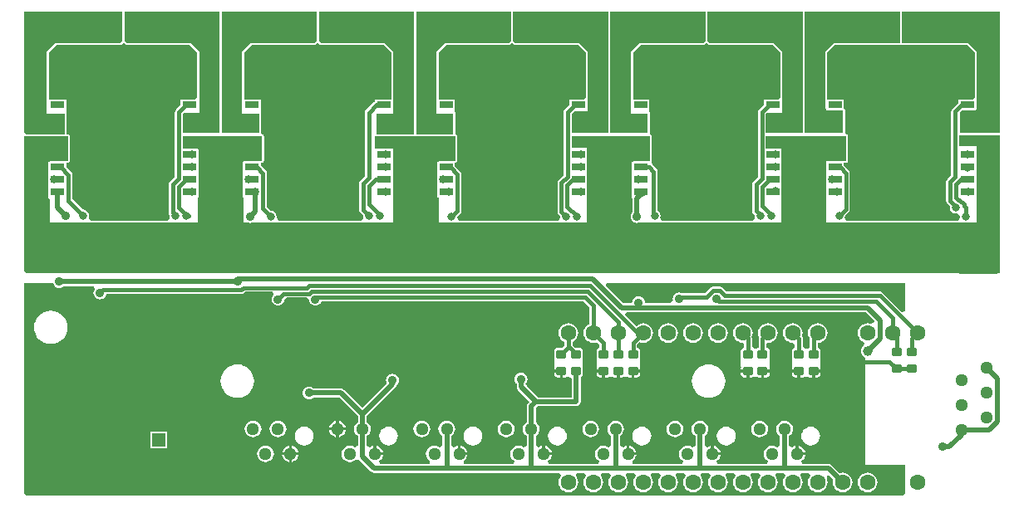
<source format=gbl>
G04 Layer_Physical_Order=2*
G04 Layer_Color=16711680*
%FSLAX24Y24*%
%MOIN*%
G70*
G01*
G75*
G04:AMPARAMS|DCode=11|XSize=39.4mil|YSize=35.4mil|CornerRadius=4.4mil|HoleSize=0mil|Usage=FLASHONLY|Rotation=0.000|XOffset=0mil|YOffset=0mil|HoleType=Round|Shape=RoundedRectangle|*
%AMROUNDEDRECTD11*
21,1,0.0394,0.0266,0,0,0.0*
21,1,0.0305,0.0354,0,0,0.0*
1,1,0.0089,0.0153,-0.0133*
1,1,0.0089,-0.0153,-0.0133*
1,1,0.0089,-0.0153,0.0133*
1,1,0.0089,0.0153,0.0133*
%
%ADD11ROUNDEDRECTD11*%
%ADD17R,0.1575X0.1181*%
%ADD20R,0.1575X0.1811*%
%ADD34C,0.0197*%
%ADD35C,0.0157*%
%ADD40C,0.0630*%
%ADD41C,0.0512*%
%ADD42R,0.0532X0.0532*%
%ADD43C,0.0532*%
%ADD44C,0.0354*%
%ADD45C,0.0394*%
%ADD46C,0.0315*%
%ADD47C,0.0276*%
%ADD48C,0.0551*%
%ADD49R,0.0551X0.0276*%
G36*
X19644Y18391D02*
X19644Y18391D01*
X19560Y18313D01*
X19549Y18307D01*
X17008Y18307D01*
X16654Y17953D01*
Y15472D01*
X17323D01*
Y14647D01*
X15827D01*
Y19565D01*
X19644D01*
Y18391D01*
D02*
G37*
G36*
X15746Y14647D02*
X14252D01*
Y15472D01*
X14921D01*
Y17953D01*
X14567Y18307D01*
X12013Y18307D01*
X11929Y18391D01*
Y19565D01*
X15746D01*
Y14647D01*
D02*
G37*
G36*
X11849Y18391D02*
X11849Y18391D01*
X11765Y18313D01*
X11754Y18307D01*
X9213Y18307D01*
X8858Y17953D01*
Y15472D01*
X9528D01*
Y14685D01*
X8031D01*
Y19565D01*
X11849D01*
Y18391D01*
D02*
G37*
G36*
X7951Y14685D02*
X6472D01*
Y15453D01*
X6530Y15512D01*
X7126D01*
X7126Y17953D01*
X6772Y18307D01*
X4217Y18307D01*
X4134Y18391D01*
Y19565D01*
X7951D01*
Y14685D01*
D02*
G37*
G36*
X4054Y18391D02*
X4054Y18391D01*
X3970Y18313D01*
X3959Y18307D01*
X1378Y18307D01*
X1024Y17953D01*
Y15472D01*
X1732D01*
Y14647D01*
X204D01*
X120Y14731D01*
X120Y19565D01*
X4054D01*
Y18391D01*
D02*
G37*
G36*
X35433Y8661D02*
Y7547D01*
X35324Y7502D01*
X34543Y8283D01*
X34491Y8318D01*
X34429Y8330D01*
X34429Y8330D01*
X28276D01*
X28126Y8480D01*
X28074Y8514D01*
X28013Y8527D01*
X28013Y8527D01*
X27735D01*
X27735Y8527D01*
X27674Y8514D01*
X27622Y8480D01*
X27622Y8480D01*
X27413Y8271D01*
X26469D01*
X26445Y8281D01*
X26378Y8290D01*
X26311Y8281D01*
X26249Y8255D01*
X26195Y8214D01*
X26154Y8161D01*
X26129Y8098D01*
X26120Y8031D01*
X26127Y7976D01*
X26124Y7959D01*
X26045Y7858D01*
X25016D01*
X25002Y7874D01*
X24993Y7941D01*
X24968Y8003D01*
X24927Y8057D01*
X24873Y8098D01*
X24811Y8123D01*
X24744Y8132D01*
X24677Y8123D01*
X24615Y8098D01*
X24562Y8057D01*
X24521Y8003D01*
X24495Y7941D01*
X24486Y7874D01*
X24472Y7858D01*
X24138D01*
X23443Y8552D01*
X23488Y8661D01*
X35433D01*
D02*
G37*
G36*
X1265Y8661D02*
X1266Y8654D01*
X1292Y8591D01*
X1333Y8538D01*
X1387Y8497D01*
X1449Y8471D01*
X1516Y8462D01*
X1583Y8471D01*
X1645Y8497D01*
X1698Y8538D01*
X1700Y8540D01*
X2893D01*
X2912Y8516D01*
X2945Y8422D01*
X2926Y8397D01*
X2900Y8335D01*
X2891Y8268D01*
X2900Y8201D01*
X2926Y8139D01*
X2967Y8085D01*
X3021Y8044D01*
X3083Y8018D01*
X3150Y8010D01*
X3216Y8018D01*
X3279Y8044D01*
X3332Y8085D01*
X3373Y8139D01*
X3399Y8201D01*
X3402Y8225D01*
X8820D01*
X8820Y8225D01*
X8881Y8237D01*
X8933Y8272D01*
X8981Y8320D01*
X10073D01*
X10113Y8202D01*
X10109Y8198D01*
X10068Y8145D01*
X10042Y8083D01*
X10033Y8016D01*
X10042Y7949D01*
X10068Y7887D01*
X10109Y7833D01*
X10162Y7792D01*
X10225Y7766D01*
X10291Y7758D01*
X10358Y7766D01*
X10420Y7792D01*
X10474Y7833D01*
X10515Y7887D01*
X10541Y7949D01*
X10549Y8016D01*
X10649Y8084D01*
X11424D01*
X11533Y8012D01*
X11542Y7945D01*
X11568Y7883D01*
X11609Y7829D01*
X11662Y7788D01*
X11725Y7762D01*
X11791Y7754D01*
X11858Y7762D01*
X11920Y7788D01*
X11974Y7829D01*
X12015Y7883D01*
X12041Y7945D01*
X12041Y7950D01*
X22533D01*
X22776Y7706D01*
Y7021D01*
X22738Y7005D01*
X22656Y6942D01*
X22593Y6860D01*
X22553Y6764D01*
X22540Y6661D01*
X22553Y6559D01*
X22593Y6463D01*
X22656Y6381D01*
X22738Y6318D01*
X22834Y6278D01*
X22937Y6264D01*
X23040Y6278D01*
X23078Y6294D01*
X23186Y6185D01*
Y6064D01*
X23146Y6056D01*
X23105Y6029D01*
X23078Y5988D01*
X23068Y5940D01*
Y5674D01*
X23076Y5635D01*
X23071Y5630D01*
Y5315D01*
X23076Y5310D01*
X23068Y5271D01*
Y5197D01*
X23346D01*
Y5138D01*
X23406D01*
Y4879D01*
X23499D01*
X23547Y4889D01*
X23572Y4906D01*
X23592Y4916D01*
X23692D01*
X23712Y4906D01*
X23736Y4889D01*
X23784Y4879D01*
X23878D01*
Y5138D01*
X23996D01*
Y4879D01*
X24090D01*
X24138Y4889D01*
X24162Y4906D01*
X24182Y4916D01*
X24282D01*
X24302Y4906D01*
X24327Y4889D01*
X24375Y4879D01*
X24469D01*
Y5138D01*
X24528D01*
Y5197D01*
X24806D01*
Y5271D01*
X24798Y5310D01*
X24803Y5315D01*
Y5630D01*
X24798Y5635D01*
X24806Y5674D01*
Y5940D01*
X24796Y5988D01*
X24769Y6029D01*
X24728Y6056D01*
X24688Y6064D01*
Y6185D01*
X24796Y6294D01*
X24834Y6278D01*
X24937Y6264D01*
X25040Y6278D01*
X25136Y6318D01*
X25218Y6381D01*
X25281Y6463D01*
X25321Y6559D01*
X25334Y6661D01*
X25321Y6764D01*
X25281Y6860D01*
X25218Y6942D01*
X25136Y7005D01*
X25040Y7045D01*
X24937Y7059D01*
X24834Y7045D01*
X24738Y7005D01*
X24660Y6945D01*
X24218Y7387D01*
X24263Y7497D01*
X33862D01*
X34202Y7157D01*
X34193Y7103D01*
X34193Y7102D01*
X34063Y7036D01*
X34040Y7045D01*
X33937Y7059D01*
X33834Y7045D01*
X33738Y7005D01*
X33656Y6942D01*
X33593Y6860D01*
X33553Y6764D01*
X33540Y6661D01*
X33553Y6559D01*
X33593Y6463D01*
X33656Y6381D01*
X33738Y6318D01*
X33782Y6300D01*
X33792Y6222D01*
X33787Y6170D01*
X33740Y6134D01*
X33696Y6077D01*
X33669Y6010D01*
X33659Y5938D01*
X33669Y5866D01*
X33696Y5799D01*
X33740Y5741D01*
X33798Y5697D01*
X33858Y5672D01*
X33858Y1378D01*
X35433D01*
X35433Y204D01*
X35350Y120D01*
X31496D01*
X204D01*
X120Y204D01*
X120Y8661D01*
X1265D01*
D02*
G37*
G36*
X35284Y18233D02*
X35315Y18227D01*
X37919Y18227D01*
X38227Y17919D01*
X38227Y16117D01*
X38143Y16033D01*
X37571D01*
Y15909D01*
X37327Y15665D01*
X37293Y15613D01*
X37280Y15551D01*
X37280Y15551D01*
Y12999D01*
X37131Y12849D01*
X37096Y12797D01*
X37084Y12736D01*
X37084Y12736D01*
Y11969D01*
X37084Y11968D01*
X37096Y11907D01*
X37131Y11855D01*
X37248Y11737D01*
X37239Y11693D01*
X37258Y11601D01*
X37310Y11523D01*
X37388Y11470D01*
X37480Y11452D01*
X37543Y11464D01*
X37618Y11406D01*
X37640Y11374D01*
X37633Y11339D01*
X37641Y11301D01*
X37563Y11183D01*
X33091Y11183D01*
X33032Y11266D01*
X33021Y11301D01*
X33036Y11378D01*
X33034Y11389D01*
X33172Y11528D01*
X33172Y11528D01*
X33207Y11580D01*
X33219Y11641D01*
Y13083D01*
X33219Y13083D01*
X33207Y13145D01*
X33172Y13197D01*
X33172Y13197D01*
X32985Y13384D01*
X32991Y13502D01*
X33071D01*
X33102Y13509D01*
X33128Y13526D01*
X33145Y13552D01*
X33151Y13583D01*
Y14567D01*
X33145Y14598D01*
X33128Y14624D01*
X33102Y14641D01*
X33071Y14647D01*
X33033Y14685D01*
Y15600D01*
X33027Y15631D01*
X33010Y15657D01*
X32983Y15675D01*
X32980Y15675D01*
Y16033D01*
X32324D01*
Y17919D01*
X32632Y18227D01*
X35235D01*
X35247Y18229D01*
X35260Y18231D01*
X35263Y18232D01*
X35265Y18233D01*
X35275Y18239D01*
X35284Y18233D01*
D02*
G37*
G36*
X39250Y9055D02*
X204D01*
X120Y9139D01*
Y14567D01*
X1866D01*
Y13583D01*
X1142D01*
Y13533D01*
X1090D01*
Y13100D01*
X1090D01*
Y13033D01*
X1090D01*
Y12868D01*
X1080Y12817D01*
X1090Y12766D01*
Y12600D01*
X1090D01*
Y12533D01*
X1090D01*
Y12100D01*
X1090D01*
X1142Y12049D01*
Y11102D01*
X7087Y11102D01*
Y12100D01*
X7099D01*
Y12533D01*
X7099D01*
Y12600D01*
X7099D01*
Y13033D01*
X7099D01*
Y13100D01*
X7099D01*
Y13533D01*
X7099D01*
Y13600D01*
X7099D01*
Y14033D01*
X7087D01*
Y14055D01*
X6862D01*
X6848Y14058D01*
X6835Y14055D01*
X6472D01*
Y14567D01*
X9646D01*
Y13583D01*
X8898D01*
Y13533D01*
X8885D01*
Y13100D01*
X8885D01*
Y13033D01*
X8885D01*
Y12868D01*
X8875Y12817D01*
X8885Y12766D01*
Y12600D01*
X8885D01*
Y12533D01*
X8885D01*
Y12100D01*
X8898D01*
Y11102D01*
X9075D01*
X9106Y11089D01*
X9173Y11080D01*
X9240Y11089D01*
X9272Y11102D01*
X9977D01*
X10000Y11098D01*
X10023Y11102D01*
X14921D01*
Y14055D01*
X14622D01*
X14608Y14058D01*
X14595Y14055D01*
X14173D01*
Y14567D01*
X17402D01*
Y13583D01*
X16732D01*
Y13533D01*
X16681D01*
Y13100D01*
X16681D01*
Y13033D01*
X16681D01*
Y12868D01*
X16671Y12817D01*
X16681Y12766D01*
Y12600D01*
X16681D01*
Y12533D01*
X16681D01*
Y12100D01*
X16732D01*
Y11102D01*
X17221D01*
X17244Y11098D01*
X17267Y11102D01*
X21827D01*
X21850Y11098D01*
X21874Y11102D01*
X22260D01*
X22283Y11098D01*
X22307Y11102D01*
X22677D01*
Y12100D01*
X22689D01*
Y12533D01*
X22689D01*
Y12600D01*
X22689D01*
Y13033D01*
X22689D01*
Y13100D01*
X22689D01*
Y13533D01*
X22689D01*
Y13600D01*
X22689D01*
Y14033D01*
X22677D01*
Y14094D01*
X22063D01*
Y14567D01*
X25197D01*
Y13583D01*
X24528D01*
Y13533D01*
X24476D01*
Y13100D01*
X24476D01*
Y13033D01*
X24476D01*
Y12600D01*
X24476D01*
Y12533D01*
X24476D01*
Y12100D01*
X24478D01*
X24504Y12068D01*
Y11522D01*
X24502Y11521D01*
X24461Y11468D01*
X24436Y11405D01*
X24427Y11339D01*
X24436Y11272D01*
X24461Y11209D01*
X24502Y11156D01*
X24528Y11137D01*
Y11102D01*
X24586D01*
X24618Y11089D01*
X24685Y11080D01*
X24752Y11089D01*
X24784Y11102D01*
X30472D01*
Y12100D01*
X30485D01*
Y12533D01*
X30485D01*
Y12600D01*
X30485D01*
Y13033D01*
X30485D01*
Y13100D01*
X30485D01*
Y13306D01*
X30487Y13317D01*
X30485Y13328D01*
Y13533D01*
X30485D01*
Y13600D01*
X30485D01*
Y14033D01*
X30472D01*
Y14055D01*
X30248D01*
X30234Y14058D01*
X30221Y14055D01*
X29858D01*
Y14567D01*
X33071D01*
Y13583D01*
X32283D01*
Y13533D01*
X32271D01*
Y13100D01*
X32271D01*
Y13033D01*
X32271D01*
Y12600D01*
X32271D01*
Y12533D01*
X32271D01*
Y12100D01*
X32283D01*
Y11102D01*
X37851Y11102D01*
X37874Y11098D01*
X37897Y11102D01*
X38307D01*
Y14173D01*
X37602D01*
Y14600D01*
X38280D01*
Y14605D01*
X39250D01*
Y9055D01*
D02*
G37*
G36*
X11956Y18250D02*
X11982Y18233D01*
X12013Y18227D01*
X14534Y18227D01*
X14841Y17919D01*
Y16033D01*
X14185D01*
Y15966D01*
X14181Y15965D01*
X14129Y15930D01*
X14129Y15930D01*
X13823Y15625D01*
X13789Y15573D01*
X13776Y15512D01*
X13776Y15512D01*
Y12960D01*
X13587Y12770D01*
X13552Y12718D01*
X13540Y12657D01*
X13540Y12657D01*
Y11614D01*
X13540Y11614D01*
X13552Y11553D01*
X13587Y11501D01*
X13698Y11389D01*
X13696Y11378D01*
X13712Y11301D01*
X13700Y11265D01*
X13641Y11183D01*
X10311D01*
X10233Y11301D01*
X10241Y11339D01*
X10223Y11431D01*
X10170Y11509D01*
X10092Y11561D01*
X10000Y11579D01*
X9989Y11577D01*
X9846Y11720D01*
Y13071D01*
X9846Y13071D01*
X9833Y13132D01*
X9799Y13184D01*
X9799Y13184D01*
X9599Y13384D01*
X9605Y13502D01*
X9646D01*
X9676Y13509D01*
X9702Y13526D01*
X9720Y13552D01*
X9726Y13583D01*
Y14567D01*
X9720Y14598D01*
X9702Y14624D01*
X9676Y14641D01*
X9646Y14647D01*
X9608Y14685D01*
Y15472D01*
X9605Y15487D01*
X9594Y15600D01*
X9594Y15600D01*
Y16033D01*
X8939D01*
Y17919D01*
X9246Y18227D01*
X11754Y18227D01*
X11758Y18228D01*
X11761Y18227D01*
X11773Y18231D01*
X11785Y18233D01*
X11788Y18235D01*
X11791Y18236D01*
X11802Y18242D01*
X11811Y18248D01*
X11820Y18254D01*
X11888Y18318D01*
X11956Y18250D01*
D02*
G37*
G36*
X4161D02*
X4187Y18233D01*
X4217Y18227D01*
X6738Y18227D01*
X7046Y17919D01*
X7046Y16117D01*
X6962Y16033D01*
X6390D01*
Y15826D01*
X6198Y15633D01*
X6163Y15581D01*
X6151Y15520D01*
X6151Y15520D01*
Y12932D01*
X5949Y12731D01*
X5915Y12679D01*
X5902Y12618D01*
X5902Y12618D01*
Y11496D01*
X5902Y11496D01*
X5915Y11435D01*
X5943Y11392D01*
X5940Y11378D01*
X5956Y11301D01*
X5944Y11266D01*
X5885Y11183D01*
X2776Y11183D01*
X2717Y11266D01*
X2706Y11301D01*
X2721Y11378D01*
X2703Y11470D01*
X2651Y11548D01*
X2572Y11600D01*
X2480Y11619D01*
X2469Y11617D01*
X2050Y12035D01*
Y13008D01*
X2050Y13008D01*
X2038Y13069D01*
X2003Y13121D01*
X1799Y13326D01*
Y13502D01*
X1866D01*
X1897Y13509D01*
X1923Y13526D01*
X1940Y13552D01*
X1946Y13583D01*
Y14567D01*
X1940Y14598D01*
X1923Y14624D01*
X1897Y14641D01*
X1866Y14647D01*
X1813D01*
Y15472D01*
X1810Y15487D01*
X1799Y15600D01*
X1799Y15600D01*
Y16033D01*
X1104D01*
Y17919D01*
X1411Y18227D01*
X3959Y18227D01*
X3963Y18228D01*
X3966Y18227D01*
X3978Y18231D01*
X3990Y18233D01*
X3993Y18235D01*
X3996Y18236D01*
X4007Y18242D01*
X4015Y18248D01*
X4025Y18254D01*
X4093Y18318D01*
X4161Y18250D01*
D02*
G37*
G36*
X27546D02*
X27572Y18233D01*
X27603Y18227D01*
X30124Y18227D01*
X30432Y17919D01*
X30432Y16117D01*
X30348Y16033D01*
X29776D01*
Y15826D01*
X29584Y15633D01*
X29549Y15581D01*
X29537Y15520D01*
X29537Y15520D01*
Y12921D01*
X29347Y12731D01*
X29313Y12679D01*
X29300Y12618D01*
X29300Y12618D01*
Y11563D01*
X29300Y11563D01*
X29313Y11501D01*
X29347Y11449D01*
X29407Y11389D01*
X29405Y11378D01*
X29420Y11301D01*
X29409Y11266D01*
X29350Y11183D01*
X25689D01*
X25630Y11266D01*
X25619Y11301D01*
X25635Y11378D01*
X25616Y11470D01*
X25564Y11548D01*
X25515Y11581D01*
Y13150D01*
X25515Y13150D01*
X25503Y13211D01*
X25468Y13263D01*
X25310Y13421D01*
X25261Y13513D01*
X25271Y13552D01*
X25271D01*
X25272Y13557D01*
X25277Y13583D01*
Y14567D01*
X25271Y14598D01*
X25254Y14624D01*
X25228Y14641D01*
X25197Y14653D01*
X25198Y14685D01*
Y15472D01*
X25196Y15487D01*
X25185Y15600D01*
X25185Y15600D01*
Y16033D01*
X24529D01*
Y17919D01*
X24836Y18227D01*
X27345Y18227D01*
X27348Y18228D01*
X27352Y18227D01*
X27364Y18231D01*
X27375Y18233D01*
X27379Y18235D01*
X27382Y18236D01*
X27393Y18242D01*
X27401Y18248D01*
X27410Y18254D01*
X27479Y18318D01*
X27546Y18250D01*
D02*
G37*
G36*
X19751D02*
X19777Y18233D01*
X19808Y18227D01*
X22329Y18227D01*
X22636Y17919D01*
X22636Y16117D01*
X22553Y16033D01*
X21981D01*
Y15826D01*
X21788Y15633D01*
X21754Y15581D01*
X21741Y15520D01*
X21741Y15520D01*
Y13011D01*
X21540Y12810D01*
X21505Y12758D01*
X21493Y12696D01*
X21493Y12696D01*
Y11535D01*
X21493Y11535D01*
X21505Y11474D01*
X21540Y11422D01*
X21612Y11350D01*
X21610Y11339D01*
X21617Y11301D01*
X21539Y11183D01*
X17555D01*
X17477Y11301D01*
X17485Y11339D01*
X17483Y11350D01*
X17594Y11461D01*
X17629Y11513D01*
X17641Y11575D01*
X17641Y11575D01*
Y13032D01*
X17629Y13093D01*
X17594Y13145D01*
X17594Y13145D01*
X17389Y13350D01*
Y13502D01*
X17402D01*
X17432Y13509D01*
X17458Y13526D01*
X17476Y13552D01*
X17482Y13583D01*
Y14128D01*
X17483Y14134D01*
X17482Y14140D01*
Y14567D01*
X17476Y14598D01*
X17458Y14624D01*
X17432Y14641D01*
X17403Y14647D01*
X17403Y14647D01*
Y15472D01*
X17400Y15487D01*
X17389Y15600D01*
X17389Y15600D01*
Y16033D01*
X16734D01*
Y17919D01*
X17041Y18227D01*
X19549Y18227D01*
X19553Y18228D01*
X19557Y18227D01*
X19568Y18231D01*
X19580Y18233D01*
X19583Y18235D01*
X19587Y18236D01*
X19598Y18242D01*
X19606Y18248D01*
X19615Y18254D01*
X19684Y18318D01*
X19751Y18250D01*
D02*
G37*
G36*
X39250Y14685D02*
X37638D01*
Y15515D01*
X37723Y15600D01*
X38280Y15600D01*
X38307Y15669D01*
X38307Y15707D01*
X38307Y17953D01*
X37953Y18307D01*
X35315Y18307D01*
Y19565D01*
X39250D01*
Y14685D01*
D02*
G37*
G36*
X27439Y18391D02*
X27439Y18391D01*
X27356Y18313D01*
X27345Y18307D01*
X24803Y18307D01*
X24449Y17953D01*
Y15472D01*
X25118D01*
Y14685D01*
X23622D01*
Y19565D01*
X27439D01*
Y18391D01*
D02*
G37*
G36*
X23542Y14685D02*
X22063D01*
Y15453D01*
X22160Y15551D01*
X22717D01*
X22717Y17953D01*
X22362Y18307D01*
X19808Y18307D01*
X19724Y18391D01*
Y19565D01*
X23542D01*
Y14685D01*
D02*
G37*
G36*
X35235Y18307D02*
X35235Y18307D01*
X32598D01*
X32244Y17953D01*
Y15669D01*
X32271D01*
Y15600D01*
X32953D01*
Y14685D01*
X31417D01*
Y19565D01*
X35235D01*
Y18307D01*
D02*
G37*
G36*
X31337Y14685D02*
X29858D01*
Y15453D01*
X29916Y15512D01*
X30512D01*
X30512Y17953D01*
X30157Y18307D01*
X27603Y18307D01*
X27520Y18391D01*
Y19565D01*
X31337D01*
Y14685D01*
D02*
G37*
%LPC*%
G36*
X31654Y2897D02*
X31556Y2884D01*
X31465Y2846D01*
X31387Y2786D01*
X31327Y2708D01*
X31289Y2617D01*
X31276Y2520D01*
X31289Y2422D01*
X31327Y2331D01*
X31387Y2253D01*
X31465Y2193D01*
X31556Y2155D01*
X31654Y2142D01*
X31751Y2155D01*
X31842Y2193D01*
X31920Y2253D01*
X31980Y2331D01*
X32018Y2422D01*
X32031Y2520D01*
X32018Y2617D01*
X31980Y2708D01*
X31920Y2786D01*
X31842Y2846D01*
X31751Y2884D01*
X31654Y2897D01*
D02*
G37*
G36*
X11339Y2897D02*
X11241Y2884D01*
X11150Y2846D01*
X11072Y2786D01*
X11012Y2708D01*
X10974Y2617D01*
X10961Y2520D01*
X10974Y2422D01*
X11012Y2331D01*
X11072Y2253D01*
X11150Y2193D01*
X11241Y2155D01*
X11339Y2142D01*
X11436Y2155D01*
X11527Y2193D01*
X11605Y2253D01*
X11665Y2331D01*
X11703Y2422D01*
X11716Y2520D01*
X11703Y2617D01*
X11665Y2708D01*
X11605Y2786D01*
X11527Y2846D01*
X11436Y2884D01*
X11339Y2897D01*
D02*
G37*
G36*
X28268Y2897D02*
X28170Y2884D01*
X28079Y2846D01*
X28001Y2786D01*
X27941Y2708D01*
X27903Y2617D01*
X27890Y2520D01*
X27903Y2422D01*
X27941Y2331D01*
X28001Y2253D01*
X28079Y2193D01*
X28170Y2155D01*
X28268Y2142D01*
X28365Y2155D01*
X28456Y2193D01*
X28534Y2253D01*
X28594Y2331D01*
X28632Y2422D01*
X28645Y2520D01*
X28632Y2617D01*
X28594Y2708D01*
X28534Y2786D01*
X28456Y2846D01*
X28365Y2884D01*
X28268Y2897D01*
D02*
G37*
G36*
X5856Y2707D02*
X5167D01*
Y2018D01*
X5856D01*
Y2707D01*
D02*
G37*
G36*
X21496Y2897D02*
X21398Y2884D01*
X21307Y2846D01*
X21229Y2786D01*
X21169Y2708D01*
X21132Y2617D01*
X21119Y2520D01*
X21132Y2422D01*
X21169Y2331D01*
X21229Y2253D01*
X21307Y2193D01*
X21398Y2155D01*
X21496Y2142D01*
X21594Y2155D01*
X21685Y2193D01*
X21763Y2253D01*
X21823Y2331D01*
X21860Y2422D01*
X21873Y2520D01*
X21860Y2617D01*
X21823Y2708D01*
X21763Y2786D01*
X21685Y2846D01*
X21594Y2884D01*
X21496Y2897D01*
D02*
G37*
G36*
X14724Y2897D02*
X14627Y2884D01*
X14536Y2846D01*
X14458Y2786D01*
X14398Y2708D01*
X14360Y2617D01*
X14347Y2520D01*
X14360Y2422D01*
X14398Y2331D01*
X14458Y2253D01*
X14536Y2193D01*
X14627Y2155D01*
X14724Y2142D01*
X14822Y2155D01*
X14913Y2193D01*
X14991Y2253D01*
X15051Y2331D01*
X15089Y2422D01*
X15102Y2520D01*
X15089Y2617D01*
X15051Y2708D01*
X14991Y2786D01*
X14913Y2846D01*
X14822Y2884D01*
X14724Y2897D01*
D02*
G37*
G36*
X26217Y3149D02*
X26129Y3137D01*
X26048Y3103D01*
X25978Y3050D01*
X25924Y2980D01*
X25891Y2898D01*
X25879Y2811D01*
X25891Y2724D01*
X25924Y2642D01*
X25978Y2572D01*
X26048Y2519D01*
X26129Y2485D01*
X26217Y2473D01*
X26304Y2485D01*
X26385Y2519D01*
X26455Y2572D01*
X26509Y2642D01*
X26543Y2724D01*
X26554Y2811D01*
X26543Y2898D01*
X26509Y2980D01*
X26455Y3050D01*
X26385Y3103D01*
X26304Y3137D01*
X26217Y3149D01*
D02*
G37*
G36*
X29602D02*
X29515Y3137D01*
X29434Y3103D01*
X29364Y3050D01*
X29310Y2980D01*
X29276Y2898D01*
X29265Y2811D01*
X29276Y2724D01*
X29310Y2642D01*
X29364Y2572D01*
X29434Y2519D01*
X29515Y2485D01*
X29602Y2473D01*
X29690Y2485D01*
X29771Y2519D01*
X29841Y2572D01*
X29895Y2642D01*
X29928Y2724D01*
X29940Y2811D01*
X29928Y2898D01*
X29895Y2980D01*
X29841Y3050D01*
X29771Y3103D01*
X29690Y3137D01*
X29602Y3149D01*
D02*
G37*
G36*
X19445D02*
X19358Y3137D01*
X19276Y3103D01*
X19206Y3050D01*
X19153Y2980D01*
X19119Y2898D01*
X19107Y2811D01*
X19119Y2724D01*
X19153Y2642D01*
X19206Y2572D01*
X19276Y2519D01*
X19358Y2485D01*
X19445Y2473D01*
X19532Y2485D01*
X19614Y2519D01*
X19684Y2572D01*
X19737Y2642D01*
X19771Y2724D01*
X19782Y2811D01*
X19771Y2898D01*
X19737Y2980D01*
X19684Y3050D01*
X19614Y3103D01*
X19532Y3137D01*
X19445Y3149D01*
D02*
G37*
G36*
X18110Y2897D02*
X18013Y2884D01*
X17922Y2846D01*
X17843Y2786D01*
X17784Y2708D01*
X17746Y2617D01*
X17733Y2520D01*
X17746Y2422D01*
X17784Y2331D01*
X17843Y2253D01*
X17922Y2193D01*
X18013Y2155D01*
X18110Y2142D01*
X18208Y2155D01*
X18299Y2193D01*
X18377Y2253D01*
X18437Y2331D01*
X18475Y2422D01*
X18487Y2520D01*
X18475Y2617D01*
X18437Y2708D01*
X18377Y2786D01*
X18299Y2846D01*
X18208Y2884D01*
X18110Y2897D01*
D02*
G37*
G36*
X24882D02*
X24784Y2884D01*
X24693Y2846D01*
X24615Y2786D01*
X24555Y2708D01*
X24518Y2617D01*
X24505Y2520D01*
X24518Y2422D01*
X24555Y2331D01*
X24615Y2253D01*
X24693Y2193D01*
X24784Y2155D01*
X24882Y2142D01*
X24980Y2155D01*
X25071Y2193D01*
X25149Y2253D01*
X25209Y2331D01*
X25246Y2422D01*
X25259Y2520D01*
X25246Y2617D01*
X25209Y2708D01*
X25149Y2786D01*
X25071Y2846D01*
X24980Y2884D01*
X24882Y2897D01*
D02*
G37*
G36*
X24390Y2141D02*
Y1870D01*
X24660D01*
X24657Y1898D01*
X24623Y1980D01*
X24569Y2050D01*
X24499Y2103D01*
X24418Y2137D01*
X24390Y2141D01*
D02*
G37*
G36*
X11117Y1752D02*
X10846D01*
Y1481D01*
X10875Y1485D01*
X10956Y1519D01*
X11026Y1572D01*
X11080Y1642D01*
X11113Y1724D01*
X11117Y1752D01*
D02*
G37*
G36*
X21004Y2141D02*
Y1870D01*
X21275D01*
X21271Y1898D01*
X21237Y1980D01*
X21184Y2050D01*
X21114Y2103D01*
X21032Y2137D01*
X21004Y2141D01*
D02*
G37*
G36*
X10728Y1752D02*
X10458D01*
X10461Y1724D01*
X10495Y1642D01*
X10549Y1572D01*
X10619Y1519D01*
X10700Y1485D01*
X10728Y1481D01*
Y1752D01*
D02*
G37*
G36*
X33937Y1059D02*
X33834Y1045D01*
X33738Y1005D01*
X33656Y942D01*
X33593Y860D01*
X33553Y764D01*
X33540Y661D01*
X33553Y559D01*
X33593Y463D01*
X33656Y381D01*
X33738Y318D01*
X33834Y278D01*
X33937Y264D01*
X34040Y278D01*
X34136Y318D01*
X34218Y381D01*
X34281Y463D01*
X34321Y559D01*
X34334Y661D01*
X34321Y764D01*
X34281Y860D01*
X34218Y942D01*
X34136Y1005D01*
X34040Y1045D01*
X33937Y1059D01*
D02*
G37*
G36*
X9787Y2149D02*
X9700Y2137D01*
X9619Y2103D01*
X9549Y2050D01*
X9495Y1980D01*
X9461Y1898D01*
X9450Y1811D01*
X9461Y1724D01*
X9495Y1642D01*
X9549Y1572D01*
X9619Y1519D01*
X9700Y1485D01*
X9787Y1473D01*
X9875Y1485D01*
X9956Y1519D01*
X10026Y1572D01*
X10080Y1642D01*
X10113Y1724D01*
X10125Y1811D01*
X10113Y1898D01*
X10080Y1980D01*
X10026Y2050D01*
X9956Y2103D01*
X9875Y2137D01*
X9787Y2149D01*
D02*
G37*
G36*
X27776Y2141D02*
Y1870D01*
X28046D01*
X28043Y1898D01*
X28009Y1980D01*
X27955Y2050D01*
X27885Y2103D01*
X27804Y2137D01*
X27776Y2141D01*
D02*
G37*
G36*
X14232Y2141D02*
Y1870D01*
X14503D01*
X14499Y1898D01*
X14466Y1980D01*
X14412Y2050D01*
X14342Y2103D01*
X14261Y2137D01*
X14232Y2141D01*
D02*
G37*
G36*
X17618D02*
Y1870D01*
X17889D01*
X17885Y1898D01*
X17851Y1980D01*
X17798Y2050D01*
X17728Y2103D01*
X17646Y2137D01*
X17618Y2141D01*
D02*
G37*
G36*
X10846D02*
Y1870D01*
X11117D01*
X11113Y1898D01*
X11080Y1980D01*
X11026Y2050D01*
X10956Y2103D01*
X10875Y2137D01*
X10846Y2141D01*
D02*
G37*
G36*
X31161Y2141D02*
Y1870D01*
X31432D01*
X31428Y1898D01*
X31395Y1980D01*
X31341Y2050D01*
X31271Y2103D01*
X31190Y2137D01*
X31161Y2141D01*
D02*
G37*
G36*
X10728Y2141D02*
X10700Y2137D01*
X10619Y2103D01*
X10549Y2050D01*
X10495Y1980D01*
X10461Y1898D01*
X10458Y1870D01*
X10728D01*
Y2141D01*
D02*
G37*
G36*
X9287Y3149D02*
X9200Y3137D01*
X9119Y3103D01*
X9049Y3050D01*
X8995Y2980D01*
X8961Y2898D01*
X8950Y2811D01*
X8961Y2724D01*
X8995Y2642D01*
X9049Y2572D01*
X9119Y2519D01*
X9200Y2485D01*
X9287Y2473D01*
X9375Y2485D01*
X9456Y2519D01*
X9526Y2572D01*
X9580Y2642D01*
X9613Y2724D01*
X9625Y2811D01*
X9613Y2898D01*
X9580Y2980D01*
X9526Y3050D01*
X9456Y3103D01*
X9375Y3137D01*
X9287Y3149D01*
D02*
G37*
G36*
X31122Y5079D02*
X30903D01*
Y5005D01*
X30913Y4957D01*
X30940Y4916D01*
X30981Y4889D01*
X31029Y4879D01*
X31122D01*
Y5079D01*
D02*
G37*
G36*
X32050D02*
X31831D01*
Y4879D01*
X31924D01*
X31972Y4889D01*
X32013Y4916D01*
X32040Y4957D01*
X32050Y5005D01*
Y5079D01*
D02*
G37*
G36*
X30002D02*
X29783D01*
Y4879D01*
X29877D01*
X29925Y4889D01*
X29966Y4916D01*
X29993Y4957D01*
X30002Y5005D01*
Y5079D01*
D02*
G37*
G36*
X24806D02*
X24587D01*
Y4879D01*
X24680D01*
X24728Y4889D01*
X24769Y4916D01*
X24796Y4957D01*
X24806Y5005D01*
Y5079D01*
D02*
G37*
G36*
X29075D02*
X28856D01*
Y5005D01*
X28865Y4957D01*
X28893Y4916D01*
X28933Y4889D01*
X28981Y4879D01*
X29075D01*
Y5079D01*
D02*
G37*
G36*
X31937Y7059D02*
X31834Y7045D01*
X31738Y7005D01*
X31656Y6942D01*
X31593Y6860D01*
X31553Y6764D01*
X31540Y6661D01*
X31553Y6559D01*
X31593Y6463D01*
X31611Y6439D01*
Y6064D01*
X31571Y6056D01*
X31550Y6042D01*
X31526Y6029D01*
X31445D01*
X31342Y6107D01*
Y6417D01*
X31342Y6417D01*
X31329Y6479D01*
X31304Y6518D01*
X31321Y6559D01*
X31334Y6661D01*
X31321Y6764D01*
X31281Y6860D01*
X31218Y6942D01*
X31136Y7005D01*
X31040Y7045D01*
X30937Y7059D01*
X30834Y7045D01*
X30738Y7005D01*
X30656Y6942D01*
X30593Y6860D01*
X30553Y6764D01*
X30540Y6661D01*
X30553Y6559D01*
X30593Y6463D01*
X30656Y6381D01*
X30738Y6318D01*
X30834Y6278D01*
X30937Y6264D01*
X31021Y6191D01*
Y6064D01*
X30981Y6056D01*
X30940Y6029D01*
X30913Y5988D01*
X30903Y5940D01*
Y5674D01*
X30911Y5635D01*
X30906Y5630D01*
Y5315D01*
X30911Y5310D01*
X30903Y5271D01*
Y5197D01*
X31181D01*
Y5138D01*
X31240D01*
Y4879D01*
X31334D01*
X31382Y4889D01*
X31403Y4903D01*
X31427Y4916D01*
X31526D01*
X31550Y4903D01*
X31571Y4889D01*
X31619Y4879D01*
X31713D01*
Y5138D01*
X31772D01*
Y5197D01*
X32050D01*
Y5271D01*
X32042Y5310D01*
X32047Y5315D01*
Y5630D01*
X32042Y5635D01*
X32050Y5674D01*
Y5940D01*
X32040Y5988D01*
X32013Y6029D01*
X31972Y6056D01*
X31932Y6064D01*
Y6260D01*
X31937Y6264D01*
X32040Y6278D01*
X32136Y6318D01*
X32218Y6381D01*
X32281Y6463D01*
X32321Y6559D01*
X32334Y6661D01*
X32321Y6764D01*
X32281Y6860D01*
X32218Y6942D01*
X32136Y7005D01*
X32040Y7045D01*
X31937Y7059D01*
D02*
G37*
G36*
X26937D02*
X26834Y7045D01*
X26738Y7005D01*
X26656Y6942D01*
X26593Y6860D01*
X26553Y6764D01*
X26540Y6661D01*
X26553Y6559D01*
X26593Y6463D01*
X26656Y6381D01*
X26738Y6318D01*
X26834Y6278D01*
X26937Y6264D01*
X27040Y6278D01*
X27136Y6318D01*
X27218Y6381D01*
X27281Y6463D01*
X27321Y6559D01*
X27334Y6661D01*
X27321Y6764D01*
X27281Y6860D01*
X27218Y6942D01*
X27136Y7005D01*
X27040Y7045D01*
X26937Y7059D01*
D02*
G37*
G36*
X27937D02*
X27834Y7045D01*
X27738Y7005D01*
X27656Y6942D01*
X27593Y6860D01*
X27553Y6764D01*
X27540Y6661D01*
X27553Y6559D01*
X27593Y6463D01*
X27656Y6381D01*
X27738Y6318D01*
X27834Y6278D01*
X27937Y6264D01*
X28040Y6278D01*
X28136Y6318D01*
X28218Y6381D01*
X28281Y6463D01*
X28321Y6559D01*
X28334Y6661D01*
X28321Y6764D01*
X28281Y6860D01*
X28218Y6942D01*
X28136Y7005D01*
X28040Y7045D01*
X27937Y7059D01*
D02*
G37*
G36*
X25937D02*
X25834Y7045D01*
X25738Y7005D01*
X25656Y6942D01*
X25593Y6860D01*
X25553Y6764D01*
X25540Y6661D01*
X25553Y6559D01*
X25593Y6463D01*
X25656Y6381D01*
X25738Y6318D01*
X25834Y6278D01*
X25937Y6264D01*
X26040Y6278D01*
X26136Y6318D01*
X26218Y6381D01*
X26281Y6463D01*
X26321Y6559D01*
X26334Y6661D01*
X26321Y6764D01*
X26281Y6860D01*
X26218Y6942D01*
X26136Y7005D01*
X26040Y7045D01*
X25937Y7059D01*
D02*
G37*
G36*
X29937D02*
X29834Y7045D01*
X29738Y7005D01*
X29656Y6942D01*
X29593Y6860D01*
X29553Y6764D01*
X29540Y6661D01*
X29553Y6559D01*
X29575Y6506D01*
X29564Y6449D01*
X29564Y6449D01*
Y6064D01*
X29524Y6056D01*
X29503Y6042D01*
X29478Y6029D01*
X29398D01*
X29294Y6107D01*
Y6465D01*
X29294Y6465D01*
X29290Y6485D01*
X29321Y6559D01*
X29334Y6661D01*
X29321Y6764D01*
X29281Y6860D01*
X29218Y6942D01*
X29136Y7005D01*
X29040Y7045D01*
X28937Y7059D01*
X28834Y7045D01*
X28738Y7005D01*
X28656Y6942D01*
X28593Y6860D01*
X28553Y6764D01*
X28540Y6661D01*
X28553Y6559D01*
X28593Y6463D01*
X28656Y6381D01*
X28738Y6318D01*
X28834Y6278D01*
X28937Y6264D01*
X28973Y6233D01*
Y6064D01*
X28933Y6056D01*
X28893Y6029D01*
X28865Y5988D01*
X28856Y5940D01*
Y5674D01*
X28864Y5635D01*
X28858Y5630D01*
Y5315D01*
X28864Y5310D01*
X28856Y5271D01*
Y5197D01*
X29134D01*
Y5138D01*
X29193D01*
Y4879D01*
X29286D01*
X29334Y4889D01*
X29355Y4903D01*
X29380Y4916D01*
X29478D01*
X29503Y4903D01*
X29524Y4889D01*
X29572Y4879D01*
X29665D01*
Y5138D01*
X29724D01*
Y5197D01*
X30002D01*
Y5271D01*
X29995Y5310D01*
X30000Y5315D01*
Y5630D01*
X29995Y5635D01*
X30002Y5674D01*
Y5940D01*
X29993Y5988D01*
X29966Y6029D01*
X29925Y6056D01*
X29885Y6064D01*
Y6219D01*
X29937Y6264D01*
X30040Y6278D01*
X30136Y6318D01*
X30218Y6381D01*
X30281Y6463D01*
X30321Y6559D01*
X30334Y6661D01*
X30321Y6764D01*
X30281Y6860D01*
X30218Y6942D01*
X30136Y7005D01*
X30040Y7045D01*
X29937Y7059D01*
D02*
G37*
G36*
X1181Y7562D02*
X1050Y7549D01*
X924Y7511D01*
X807Y7449D01*
X706Y7365D01*
X622Y7263D01*
X560Y7147D01*
X521Y7021D01*
X509Y6890D01*
X521Y6759D01*
X560Y6632D01*
X622Y6516D01*
X706Y6414D01*
X807Y6331D01*
X924Y6268D01*
X1050Y6230D01*
X1181Y6217D01*
X1312Y6230D01*
X1438Y6268D01*
X1555Y6331D01*
X1657Y6414D01*
X1740Y6516D01*
X1802Y6632D01*
X1841Y6759D01*
X1854Y6890D01*
X1841Y7021D01*
X1802Y7147D01*
X1740Y7263D01*
X1657Y7365D01*
X1555Y7449D01*
X1438Y7511D01*
X1312Y7549D01*
X1181Y7562D01*
D02*
G37*
G36*
X23287Y5079D02*
X23068D01*
Y5005D01*
X23078Y4957D01*
X23105Y4916D01*
X23146Y4889D01*
X23194Y4879D01*
X23287D01*
Y5079D01*
D02*
G37*
G36*
X12614Y2752D02*
X12343D01*
X12347Y2724D01*
X12381Y2642D01*
X12435Y2572D01*
X12504Y2519D01*
X12586Y2485D01*
X12614Y2481D01*
Y2752D01*
D02*
G37*
G36*
X13003D02*
X12732D01*
Y2481D01*
X12761Y2485D01*
X12842Y2519D01*
X12912Y2572D01*
X12966Y2642D01*
X12999Y2724D01*
X13003Y2752D01*
D02*
G37*
G36*
X22831Y3149D02*
X22743Y3137D01*
X22662Y3103D01*
X22592Y3050D01*
X22538Y2980D01*
X22505Y2898D01*
X22493Y2811D01*
X22505Y2724D01*
X22538Y2642D01*
X22592Y2572D01*
X22662Y2519D01*
X22743Y2485D01*
X22831Y2473D01*
X22918Y2485D01*
X22999Y2519D01*
X23069Y2572D01*
X23123Y2642D01*
X23157Y2724D01*
X23168Y2811D01*
X23157Y2898D01*
X23123Y2980D01*
X23069Y3050D01*
X22999Y3103D01*
X22918Y3137D01*
X22831Y3149D01*
D02*
G37*
G36*
X10287D02*
X10200Y3137D01*
X10119Y3103D01*
X10049Y3050D01*
X9995Y2980D01*
X9961Y2898D01*
X9950Y2811D01*
X9961Y2724D01*
X9995Y2642D01*
X10049Y2572D01*
X10119Y2519D01*
X10200Y2485D01*
X10287Y2473D01*
X10375Y2485D01*
X10456Y2519D01*
X10526Y2572D01*
X10580Y2642D01*
X10613Y2724D01*
X10625Y2811D01*
X10613Y2898D01*
X10580Y2980D01*
X10526Y3050D01*
X10456Y3103D01*
X10375Y3137D01*
X10287Y3149D01*
D02*
G37*
G36*
X16059D02*
X15972Y3137D01*
X15890Y3103D01*
X15820Y3050D01*
X15767Y2980D01*
X15733Y2898D01*
X15722Y2811D01*
X15733Y2724D01*
X15767Y2642D01*
X15820Y2572D01*
X15890Y2519D01*
X15972Y2485D01*
X16059Y2473D01*
X16146Y2485D01*
X16228Y2519D01*
X16298Y2572D01*
X16351Y2642D01*
X16385Y2724D01*
X16397Y2811D01*
X16385Y2898D01*
X16351Y2980D01*
X16298Y3050D01*
X16228Y3103D01*
X16146Y3137D01*
X16059Y3149D01*
D02*
G37*
G36*
X12614Y3141D02*
X12586Y3137D01*
X12504Y3103D01*
X12435Y3050D01*
X12381Y2980D01*
X12347Y2898D01*
X12343Y2870D01*
X12614D01*
Y3141D01*
D02*
G37*
G36*
X21937Y7059D02*
X21834Y7045D01*
X21738Y7005D01*
X21656Y6942D01*
X21593Y6860D01*
X21553Y6764D01*
X21540Y6661D01*
X21553Y6559D01*
X21593Y6463D01*
X21656Y6381D01*
X21738Y6318D01*
X21776Y6302D01*
Y6157D01*
X21685Y6065D01*
X21501D01*
X21453Y6056D01*
X21412Y6029D01*
X21385Y5988D01*
X21376Y5940D01*
Y5674D01*
X21383Y5635D01*
X21378Y5630D01*
Y5315D01*
X21383Y5310D01*
X21376Y5271D01*
Y5197D01*
X21654D01*
Y5138D01*
X21713D01*
Y4879D01*
X21806D01*
X21854Y4889D01*
X21879Y4906D01*
X21899Y4916D01*
X21958D01*
X22063Y4825D01*
Y4082D01*
X20701D01*
X20265Y4518D01*
X20222Y4621D01*
X20263Y4674D01*
X20289Y4736D01*
X20297Y4803D01*
X20289Y4870D01*
X20263Y4932D01*
X20222Y4986D01*
X20168Y5027D01*
X20106Y5052D01*
X20039Y5061D01*
X19973Y5052D01*
X19910Y5027D01*
X19857Y4986D01*
X19816Y4932D01*
X19790Y4870D01*
X19781Y4803D01*
X19790Y4736D01*
X19816Y4674D01*
X19857Y4621D01*
X19859Y4619D01*
Y4488D01*
X19872Y4419D01*
X19912Y4360D01*
X20371Y3902D01*
X20317Y3848D01*
X20278Y3790D01*
X20264Y3720D01*
Y3094D01*
X20206Y3050D01*
X20153Y2980D01*
X20119Y2898D01*
X20107Y2811D01*
X20119Y2724D01*
X20153Y2642D01*
X20206Y2572D01*
X20264Y2528D01*
Y2129D01*
X20263Y2127D01*
X20146Y2078D01*
X20114Y2103D01*
X20032Y2137D01*
X19945Y2149D01*
X19858Y2137D01*
X19776Y2103D01*
X19706Y2050D01*
X19653Y1980D01*
X19619Y1898D01*
X19607Y1811D01*
X19619Y1724D01*
X19653Y1642D01*
X19706Y1572D01*
X19776Y1519D01*
X19751Y1401D01*
X17753D01*
X17728Y1519D01*
X17798Y1572D01*
X17851Y1642D01*
X17885Y1724D01*
X17889Y1752D01*
X17559D01*
Y1811D01*
X17500D01*
Y2141D01*
X17472Y2137D01*
X17390Y2103D01*
X17358Y2078D01*
X17241Y2127D01*
X17240Y2129D01*
Y2528D01*
X17298Y2572D01*
X17351Y2642D01*
X17385Y2724D01*
X17397Y2811D01*
X17385Y2898D01*
X17351Y2980D01*
X17298Y3050D01*
X17228Y3103D01*
X17146Y3137D01*
X17059Y3149D01*
X16972Y3137D01*
X16890Y3103D01*
X16820Y3050D01*
X16767Y2980D01*
X16733Y2898D01*
X16722Y2811D01*
X16733Y2724D01*
X16767Y2642D01*
X16820Y2572D01*
X16878Y2528D01*
Y2129D01*
X16877Y2127D01*
X16760Y2078D01*
X16728Y2103D01*
X16646Y2137D01*
X16559Y2149D01*
X16472Y2137D01*
X16390Y2103D01*
X16320Y2050D01*
X16267Y1980D01*
X16233Y1898D01*
X16222Y1811D01*
X16233Y1724D01*
X16267Y1642D01*
X16320Y1572D01*
X16390Y1519D01*
X16366Y1401D01*
X14367D01*
X14342Y1519D01*
X14412Y1572D01*
X14466Y1642D01*
X14499Y1724D01*
X14503Y1752D01*
X14173D01*
Y1811D01*
X14114D01*
Y2141D01*
X14086Y2137D01*
X14004Y2103D01*
X13972Y2078D01*
X13856Y2127D01*
X13854Y2129D01*
Y2528D01*
X13912Y2572D01*
X13966Y2642D01*
X13999Y2724D01*
X14011Y2811D01*
X13999Y2898D01*
X13966Y2980D01*
X13912Y3050D01*
X13854Y3094D01*
Y3323D01*
X15010Y4479D01*
X15049Y4537D01*
X15056Y4575D01*
X15064Y4581D01*
X15105Y4635D01*
X15131Y4697D01*
X15140Y4764D01*
X15131Y4831D01*
X15105Y4893D01*
X15064Y4946D01*
X15011Y4987D01*
X14949Y5013D01*
X14882Y5022D01*
X14815Y5013D01*
X14753Y4987D01*
X14699Y4946D01*
X14658Y4893D01*
X14633Y4831D01*
X14624Y4764D01*
X14633Y4697D01*
X14657Y4637D01*
X13673Y3653D01*
X12947Y4380D01*
X12888Y4419D01*
X12819Y4433D01*
X11719D01*
X11718Y4434D01*
X11664Y4475D01*
X11602Y4501D01*
X11535Y4510D01*
X11469Y4501D01*
X11406Y4475D01*
X11353Y4434D01*
X11312Y4381D01*
X11286Y4319D01*
X11277Y4252D01*
X11286Y4185D01*
X11312Y4123D01*
X11353Y4069D01*
X11406Y4028D01*
X11469Y4003D01*
X11535Y3994D01*
X11602Y4003D01*
X11664Y4028D01*
X11718Y4069D01*
X11719Y4071D01*
X12744D01*
X13493Y3323D01*
Y3094D01*
X13435Y3050D01*
X13381Y2980D01*
X13347Y2898D01*
X13336Y2811D01*
X13347Y2724D01*
X13381Y2642D01*
X13435Y2572D01*
X13493Y2528D01*
Y2129D01*
X13491Y2127D01*
X13374Y2078D01*
X13342Y2103D01*
X13261Y2137D01*
X13173Y2149D01*
X13086Y2137D01*
X13004Y2103D01*
X12935Y2050D01*
X12881Y1980D01*
X12847Y1898D01*
X12836Y1811D01*
X12847Y1724D01*
X12881Y1642D01*
X12935Y1572D01*
X13004Y1519D01*
X13086Y1485D01*
X13173Y1473D01*
X13261Y1485D01*
X13342Y1519D01*
X13407Y1569D01*
X13414Y1572D01*
X13538Y1571D01*
X13553Y1563D01*
X14024Y1093D01*
X14082Y1054D01*
X14151Y1040D01*
X21589D01*
X21620Y996D01*
X21641Y922D01*
X21593Y860D01*
X21553Y764D01*
X21540Y661D01*
X21553Y559D01*
X21593Y463D01*
X21656Y381D01*
X21738Y318D01*
X21834Y278D01*
X21937Y264D01*
X22040Y278D01*
X22136Y318D01*
X22218Y381D01*
X22281Y463D01*
X22321Y559D01*
X22334Y661D01*
X22321Y764D01*
X22281Y860D01*
X22234Y922D01*
X22254Y996D01*
X22285Y1040D01*
X22589D01*
X22620Y996D01*
X22641Y922D01*
X22593Y860D01*
X22553Y764D01*
X22540Y661D01*
X22553Y559D01*
X22593Y463D01*
X22656Y381D01*
X22738Y318D01*
X22834Y278D01*
X22937Y264D01*
X23040Y278D01*
X23136Y318D01*
X23218Y381D01*
X23281Y463D01*
X23321Y559D01*
X23334Y661D01*
X23321Y764D01*
X23281Y860D01*
X23234Y922D01*
X23254Y996D01*
X23285Y1040D01*
X23589D01*
X23620Y996D01*
X23640Y922D01*
X23593Y860D01*
X23553Y764D01*
X23540Y661D01*
X23553Y559D01*
X23593Y463D01*
X23656Y381D01*
X23738Y318D01*
X23834Y278D01*
X23937Y264D01*
X24040Y278D01*
X24136Y318D01*
X24218Y381D01*
X24281Y463D01*
X24321Y559D01*
X24334Y661D01*
X24321Y764D01*
X24281Y860D01*
X24234Y922D01*
X24254Y996D01*
X24285Y1040D01*
X24589D01*
X24620Y996D01*
X24641Y922D01*
X24593Y860D01*
X24553Y764D01*
X24540Y661D01*
X24553Y559D01*
X24593Y463D01*
X24656Y381D01*
X24738Y318D01*
X24834Y278D01*
X24937Y264D01*
X25040Y278D01*
X25136Y318D01*
X25218Y381D01*
X25281Y463D01*
X25321Y559D01*
X25334Y661D01*
X25321Y764D01*
X25281Y860D01*
X25234Y922D01*
X25254Y996D01*
X25285Y1040D01*
X25589D01*
X25620Y996D01*
X25640Y922D01*
X25593Y860D01*
X25553Y764D01*
X25540Y661D01*
X25553Y559D01*
X25593Y463D01*
X25656Y381D01*
X25738Y318D01*
X25834Y278D01*
X25937Y264D01*
X26040Y278D01*
X26136Y318D01*
X26218Y381D01*
X26281Y463D01*
X26321Y559D01*
X26334Y661D01*
X26321Y764D01*
X26281Y860D01*
X26234Y922D01*
X26254Y996D01*
X26285Y1040D01*
X26589D01*
X26620Y996D01*
X26641Y922D01*
X26593Y860D01*
X26553Y764D01*
X26540Y661D01*
X26553Y559D01*
X26593Y463D01*
X26656Y381D01*
X26738Y318D01*
X26834Y278D01*
X26937Y264D01*
X27040Y278D01*
X27136Y318D01*
X27218Y381D01*
X27281Y463D01*
X27321Y559D01*
X27334Y661D01*
X27321Y764D01*
X27281Y860D01*
X27234Y922D01*
X27254Y996D01*
X27285Y1040D01*
X27589D01*
X27620Y996D01*
X27641Y922D01*
X27593Y860D01*
X27553Y764D01*
X27540Y661D01*
X27553Y559D01*
X27593Y463D01*
X27656Y381D01*
X27738Y318D01*
X27834Y278D01*
X27937Y264D01*
X28040Y278D01*
X28136Y318D01*
X28218Y381D01*
X28281Y463D01*
X28321Y559D01*
X28334Y661D01*
X28321Y764D01*
X28281Y860D01*
X28234Y922D01*
X28254Y996D01*
X28285Y1040D01*
X28589D01*
X28620Y996D01*
X28640Y922D01*
X28593Y860D01*
X28553Y764D01*
X28540Y661D01*
X28553Y559D01*
X28593Y463D01*
X28656Y381D01*
X28738Y318D01*
X28834Y278D01*
X28937Y264D01*
X29040Y278D01*
X29136Y318D01*
X29218Y381D01*
X29281Y463D01*
X29321Y559D01*
X29334Y661D01*
X29321Y764D01*
X29281Y860D01*
X29234Y922D01*
X29254Y996D01*
X29285Y1040D01*
X29589D01*
X29620Y996D01*
X29641Y922D01*
X29593Y860D01*
X29553Y764D01*
X29540Y661D01*
X29553Y559D01*
X29593Y463D01*
X29656Y381D01*
X29738Y318D01*
X29834Y278D01*
X29937Y264D01*
X30040Y278D01*
X30136Y318D01*
X30218Y381D01*
X30281Y463D01*
X30321Y559D01*
X30334Y661D01*
X30321Y764D01*
X30281Y860D01*
X30234Y922D01*
X30254Y996D01*
X30285Y1040D01*
X30589D01*
X30620Y996D01*
X30640Y922D01*
X30593Y860D01*
X30553Y764D01*
X30540Y661D01*
X30553Y559D01*
X30593Y463D01*
X30656Y381D01*
X30738Y318D01*
X30834Y278D01*
X30937Y264D01*
X31040Y278D01*
X31136Y318D01*
X31218Y381D01*
X31281Y463D01*
X31321Y559D01*
X31334Y661D01*
X31321Y764D01*
X31281Y860D01*
X31234Y922D01*
X31254Y996D01*
X31285Y1040D01*
X31589D01*
X31620Y996D01*
X31641Y922D01*
X31593Y860D01*
X31553Y764D01*
X31540Y661D01*
X31553Y559D01*
X31593Y463D01*
X31656Y381D01*
X31738Y318D01*
X31834Y278D01*
X31937Y264D01*
X32040Y278D01*
X32136Y318D01*
X32218Y381D01*
X32281Y463D01*
X32321Y559D01*
X32334Y661D01*
X32321Y764D01*
X32293Y831D01*
X32319Y924D01*
X32345Y970D01*
X32352Y972D01*
X32377Y966D01*
X32561Y782D01*
X32553Y764D01*
X32540Y661D01*
X32553Y559D01*
X32593Y463D01*
X32656Y381D01*
X32738Y318D01*
X32834Y278D01*
X32937Y264D01*
X33040Y278D01*
X33136Y318D01*
X33218Y381D01*
X33281Y463D01*
X33321Y559D01*
X33334Y661D01*
X33321Y764D01*
X33281Y860D01*
X33218Y942D01*
X33136Y1005D01*
X33040Y1045D01*
X32937Y1059D01*
X32834Y1045D01*
X32816Y1038D01*
X32506Y1348D01*
X32447Y1387D01*
X32378Y1401D01*
X31296D01*
X31271Y1519D01*
X31341Y1572D01*
X31395Y1642D01*
X31428Y1724D01*
X31432Y1752D01*
X31102D01*
Y1811D01*
X31043D01*
Y2141D01*
X31015Y2137D01*
X30934Y2103D01*
X30901Y2078D01*
X30785Y2127D01*
X30783Y2129D01*
Y2528D01*
X30841Y2572D01*
X30895Y2642D01*
X30928Y2724D01*
X30940Y2811D01*
X30928Y2898D01*
X30895Y2980D01*
X30841Y3050D01*
X30771Y3103D01*
X30690Y3137D01*
X30602Y3149D01*
X30515Y3137D01*
X30434Y3103D01*
X30364Y3050D01*
X30310Y2980D01*
X30276Y2898D01*
X30265Y2811D01*
X30276Y2724D01*
X30310Y2642D01*
X30364Y2572D01*
X30422Y2528D01*
Y2129D01*
X30420Y2127D01*
X30304Y2078D01*
X30271Y2103D01*
X30190Y2137D01*
X30102Y2149D01*
X30015Y2137D01*
X29934Y2103D01*
X29864Y2050D01*
X29810Y1980D01*
X29776Y1898D01*
X29765Y1811D01*
X29776Y1724D01*
X29810Y1642D01*
X29864Y1572D01*
X29934Y1519D01*
X29909Y1401D01*
X27910D01*
X27885Y1519D01*
X27955Y1572D01*
X28009Y1642D01*
X28043Y1724D01*
X28046Y1752D01*
X27717D01*
Y1811D01*
X27657D01*
Y2141D01*
X27629Y2137D01*
X27548Y2103D01*
X27515Y2078D01*
X27399Y2127D01*
X27397Y2129D01*
Y2528D01*
X27455Y2572D01*
X27509Y2642D01*
X27543Y2724D01*
X27554Y2811D01*
X27543Y2898D01*
X27509Y2980D01*
X27455Y3050D01*
X27385Y3103D01*
X27304Y3137D01*
X27217Y3149D01*
X27129Y3137D01*
X27048Y3103D01*
X26978Y3050D01*
X26924Y2980D01*
X26890Y2898D01*
X26879Y2811D01*
X26890Y2724D01*
X26924Y2642D01*
X26978Y2572D01*
X27036Y2528D01*
Y2129D01*
X27034Y2127D01*
X26918Y2078D01*
X26885Y2103D01*
X26804Y2137D01*
X26717Y2149D01*
X26629Y2137D01*
X26548Y2103D01*
X26478Y2050D01*
X26424Y1980D01*
X26391Y1898D01*
X26379Y1811D01*
X26391Y1724D01*
X26424Y1642D01*
X26478Y1572D01*
X26548Y1519D01*
X26523Y1401D01*
X24524D01*
X24499Y1519D01*
X24569Y1572D01*
X24623Y1642D01*
X24657Y1724D01*
X24660Y1752D01*
X24331D01*
Y1811D01*
X24272D01*
Y2141D01*
X24243Y2137D01*
X24162Y2103D01*
X24129Y2078D01*
X24013Y2127D01*
X24011Y2129D01*
Y2528D01*
X24069Y2572D01*
X24123Y2642D01*
X24157Y2724D01*
X24168Y2811D01*
X24157Y2898D01*
X24123Y2980D01*
X24069Y3050D01*
X23999Y3103D01*
X23918Y3137D01*
X23831Y3149D01*
X23743Y3137D01*
X23662Y3103D01*
X23592Y3050D01*
X23538Y2980D01*
X23505Y2898D01*
X23493Y2811D01*
X23505Y2724D01*
X23538Y2642D01*
X23592Y2572D01*
X23650Y2528D01*
Y2129D01*
X23648Y2127D01*
X23532Y2078D01*
X23499Y2103D01*
X23418Y2137D01*
X23331Y2149D01*
X23243Y2137D01*
X23162Y2103D01*
X23092Y2050D01*
X23038Y1980D01*
X23005Y1898D01*
X22993Y1811D01*
X23005Y1724D01*
X23038Y1642D01*
X23092Y1572D01*
X23162Y1519D01*
X23137Y1401D01*
X21138D01*
X21114Y1519D01*
X21184Y1572D01*
X21237Y1642D01*
X21271Y1724D01*
X21275Y1752D01*
X20945D01*
Y1811D01*
X20886D01*
Y2141D01*
X20858Y2137D01*
X20776Y2103D01*
X20744Y2078D01*
X20627Y2127D01*
X20626Y2129D01*
Y2528D01*
X20684Y2572D01*
X20737Y2642D01*
X20771Y2724D01*
X20782Y2811D01*
X20771Y2898D01*
X20737Y2980D01*
X20684Y3050D01*
X20626Y3094D01*
Y3646D01*
X20701Y3721D01*
X22244D01*
X22313Y3735D01*
X22372Y3774D01*
X22411Y3832D01*
X22425Y3902D01*
Y4885D01*
X22445Y4889D01*
X22485Y4916D01*
X22513Y4957D01*
X22522Y5005D01*
Y5271D01*
X22514Y5310D01*
X22520Y5315D01*
Y5630D01*
X22514Y5635D01*
X22522Y5674D01*
Y5940D01*
X22513Y5988D01*
X22485Y6029D01*
X22445Y6056D01*
X22397Y6065D01*
X22213D01*
X22098Y6181D01*
Y6302D01*
X22136Y6318D01*
X22218Y6381D01*
X22281Y6463D01*
X22321Y6559D01*
X22334Y6661D01*
X22321Y6764D01*
X22281Y6860D01*
X22218Y6942D01*
X22136Y7005D01*
X22040Y7045D01*
X21937Y7059D01*
D02*
G37*
G36*
X21594Y5079D02*
X21376D01*
Y5005D01*
X21385Y4957D01*
X21412Y4916D01*
X21453Y4889D01*
X21501Y4879D01*
X21594D01*
Y5079D01*
D02*
G37*
G36*
X27559Y5397D02*
X27428Y5384D01*
X27302Y5346D01*
X27185Y5284D01*
X27084Y5200D01*
X27000Y5098D01*
X26938Y4982D01*
X26899Y4856D01*
X26887Y4724D01*
X26899Y4593D01*
X26938Y4467D01*
X27000Y4351D01*
X27084Y4249D01*
X27185Y4165D01*
X27302Y4103D01*
X27428Y4065D01*
X27559Y4052D01*
X27690Y4065D01*
X27816Y4103D01*
X27933Y4165D01*
X28035Y4249D01*
X28118Y4351D01*
X28180Y4467D01*
X28219Y4593D01*
X28232Y4724D01*
X28219Y4856D01*
X28180Y4982D01*
X28118Y5098D01*
X28035Y5200D01*
X27933Y5284D01*
X27816Y5346D01*
X27690Y5384D01*
X27559Y5397D01*
D02*
G37*
G36*
X12732Y3141D02*
Y2870D01*
X13003D01*
X12999Y2898D01*
X12966Y2980D01*
X12912Y3050D01*
X12842Y3103D01*
X12761Y3137D01*
X12732Y3141D01*
D02*
G37*
G36*
X8661Y5397D02*
X8530Y5384D01*
X8404Y5346D01*
X8288Y5284D01*
X8186Y5200D01*
X8102Y5098D01*
X8040Y4982D01*
X8002Y4856D01*
X7989Y4724D01*
X8002Y4593D01*
X8040Y4467D01*
X8102Y4351D01*
X8186Y4249D01*
X8288Y4165D01*
X8404Y4103D01*
X8530Y4065D01*
X8661Y4052D01*
X8793Y4065D01*
X8919Y4103D01*
X9035Y4165D01*
X9137Y4249D01*
X9221Y4351D01*
X9283Y4467D01*
X9321Y4593D01*
X9334Y4724D01*
X9321Y4856D01*
X9283Y4982D01*
X9221Y5098D01*
X9137Y5200D01*
X9035Y5284D01*
X8919Y5346D01*
X8793Y5384D01*
X8661Y5397D01*
D02*
G37*
%LPD*%
D11*
X22244Y5807D02*
D03*
Y5138D02*
D03*
X21654Y5807D02*
D03*
Y5138D02*
D03*
X35709Y5886D02*
D03*
Y5217D02*
D03*
X35118Y5886D02*
D03*
Y5217D02*
D03*
X31772Y5807D02*
D03*
Y5138D02*
D03*
X31181Y5807D02*
D03*
Y5138D02*
D03*
X24528Y5807D02*
D03*
Y5138D02*
D03*
X23937Y5807D02*
D03*
Y5138D02*
D03*
X23346Y5807D02*
D03*
Y5138D02*
D03*
X29724Y5807D02*
D03*
Y5138D02*
D03*
X29134Y5807D02*
D03*
Y5138D02*
D03*
D17*
X33701Y18898D02*
D03*
X36850D02*
D03*
X25906D02*
D03*
X29055D02*
D03*
X18110D02*
D03*
X21260D02*
D03*
X10315D02*
D03*
X13465D02*
D03*
X2520D02*
D03*
X5669D02*
D03*
D20*
X38386Y9921D02*
D03*
D34*
X32378Y1220D02*
X32937Y661D01*
X36929Y2087D02*
X37205D01*
X39154Y3110D02*
Y4823D01*
X38701Y5276D02*
X39154Y4823D01*
X37701Y2776D02*
X38819D01*
X39154Y3110D01*
X22901Y8839D02*
X24063Y7677D01*
X23819Y1220D02*
X27205D01*
X20445Y3720D02*
X20626Y3902D01*
X20445Y2811D02*
Y3720D01*
X20433Y1220D02*
X23819D01*
X23831Y1232D01*
Y2811D01*
X17059Y1248D02*
Y2811D01*
Y1248D02*
X17087Y1220D01*
X14151D02*
X17087D01*
X13673Y1699D02*
Y3398D01*
Y1699D02*
X14151Y1220D01*
X8681Y8839D02*
X22901D01*
X20039Y4488D02*
Y4803D01*
Y4488D02*
X20626Y3902D01*
X22244D01*
X11535Y4252D02*
X12819D01*
X13673Y3398D01*
X14882Y4606D02*
Y4764D01*
X13673Y3398D02*
X14882Y4606D01*
X22244Y3902D02*
Y5138D01*
X8543Y8720D02*
X8661Y8839D01*
X1516Y8720D02*
X8543D01*
X8661Y8740D02*
X8681Y8720D01*
X33937Y5938D02*
X34449Y6450D01*
X34445Y6454D02*
X34449Y6450D01*
X34445Y6454D02*
Y7169D01*
X33937Y7677D02*
X34445Y7169D01*
X24063Y7677D02*
X33937D01*
X30591Y1220D02*
X32378D01*
X27205D02*
X30591D01*
X30602Y1232D01*
Y2811D01*
X27205Y1220D02*
X27217Y1232D01*
Y2811D01*
X17087Y1220D02*
X20433D01*
X20445Y1232D01*
Y2811D01*
X24685Y12068D02*
X24921Y12305D01*
X32717Y12323D02*
X32756Y12362D01*
X30176Y12362D02*
X30236D01*
X30130Y12317D02*
X30176Y12362D01*
X30130Y13317D02*
X30246D01*
X30130Y13817D02*
X30234D01*
X24685Y11339D02*
Y12068D01*
X9173Y11339D02*
X9370Y11535D01*
Y12323D01*
X1457Y11693D02*
Y12305D01*
Y11693D02*
X1772Y11378D01*
X37205Y2087D02*
X37701Y2583D01*
Y2776D01*
D35*
X6744Y13817D02*
X6848D01*
X34823Y5512D02*
X35118Y5217D01*
X33110Y5512D02*
X34823D01*
X32937Y5685D02*
X33110Y5512D01*
X32937Y5685D02*
Y6661D01*
X35118Y5217D02*
X35709D01*
X34429Y8169D02*
X35937Y6661D01*
X28013Y8366D02*
X28209Y8169D01*
X27480Y8110D02*
X27735Y8366D01*
X26457Y8110D02*
X27480D01*
X28209Y8169D02*
X34429D01*
X27735Y8366D02*
X28013D01*
X26378Y8031D02*
X26457Y8110D01*
X34272Y7933D02*
X34937Y7268D01*
X27972Y7933D02*
X34272D01*
X27874Y8031D02*
X27972Y7933D01*
X11890Y8110D02*
X22600D01*
X11653Y8346D02*
X22697D01*
X11555Y8583D02*
X22795D01*
X3150Y8268D02*
Y8276D01*
X3260Y8386D01*
X8820D01*
X8914Y8480D02*
X11453D01*
X8820Y8386D02*
X8914Y8480D01*
X34937Y6661D02*
Y7268D01*
X23937Y6661D02*
Y7107D01*
X22697Y8346D02*
X23937Y7107D01*
X11550Y8244D02*
X11653Y8346D01*
X10520Y8244D02*
X11550D01*
X22795Y8583D02*
X24717Y6661D01*
X11453Y8480D02*
X11555Y8583D01*
X37441Y12932D02*
Y15551D01*
X37707Y15817D01*
X37926D01*
Y13817D02*
Y13819D01*
Y13317D02*
X37935Y13307D01*
X29994Y15817D02*
X30288D01*
X29697Y15520D02*
X29994Y15817D01*
X22937Y6661D02*
Y7773D01*
X22600Y8110D02*
X22937Y7773D01*
X24717Y6661D02*
X24937D01*
X11791Y8012D02*
X11890Y8110D01*
X10291Y8016D02*
X10520Y8244D01*
X24528Y6252D02*
X24937Y6661D01*
X24528Y5807D02*
Y6252D01*
X22937Y6661D02*
X23346Y6252D01*
Y5807D02*
Y6252D01*
X21937Y6091D02*
X21961D01*
X22244Y5807D01*
X21937Y6091D02*
Y6661D01*
X21654Y5807D02*
X21937Y6091D01*
X23937Y5807D02*
Y6661D01*
X28937D02*
X29134Y6465D01*
Y5807D02*
Y6465D01*
X29724Y6449D02*
X29937Y6661D01*
X29724Y5807D02*
Y6449D01*
X30937Y6661D02*
X31181Y6417D01*
Y5807D02*
Y6417D01*
X31772Y6496D02*
X31937Y6661D01*
X31772Y5807D02*
Y6496D01*
X34937Y6661D02*
X35118Y6480D01*
Y5886D02*
Y6480D01*
X35709Y6433D02*
X35937Y6661D01*
X35709Y5886D02*
Y6433D01*
X13701Y11614D02*
X13937Y11378D01*
X6063Y11496D02*
X6181Y11378D01*
X37659Y12817D02*
X37926D01*
X32795Y11378D02*
X33059Y11641D01*
X32825Y13317D02*
X33059Y13083D01*
X30079Y11378D02*
Y11390D01*
X29697Y11772D02*
X30079Y11390D01*
X29461Y11563D02*
X29646Y11378D01*
X24825Y12817D02*
X24830D01*
X24988D01*
Y13317D02*
X25187D01*
X22283Y11339D02*
Y11351D01*
X22335Y12317D02*
X22435D01*
X22335Y13317D02*
X22431D01*
X22335Y13817D02*
X22443D01*
X21654Y11535D02*
X21850Y11339D01*
X16911Y12817D02*
X17035D01*
Y13317D02*
X17195D01*
X14382Y12317D02*
X14482D01*
X14382Y13317D02*
X14478D01*
X14382Y13817D02*
X14490D01*
X9082Y13317D02*
X9218D01*
X6614Y11378D02*
Y11390D01*
X6299Y11705D02*
X6614Y11390D01*
Y11378D02*
X6693D01*
X6744Y12317D02*
X6856D01*
X6744Y13317D02*
X6841D01*
X6596Y12817D02*
X6744D01*
X6311Y15520D02*
X6608Y15817D01*
X6744D01*
X37480Y12638D02*
X37659Y12817D01*
X29461Y12618D02*
X29697Y12854D01*
Y12520D02*
X29994Y12817D01*
X21654Y12696D02*
X21902Y12945D01*
X13701Y12657D02*
X13937Y12893D01*
X6299Y12520D02*
X6596Y12817D01*
X37480Y12087D02*
Y12638D01*
X37244Y11968D02*
Y12736D01*
X33059Y11641D02*
Y13083D01*
X29461Y11563D02*
Y12618D01*
X29697Y11772D02*
Y12520D01*
Y12854D02*
Y15520D01*
X21654Y11535D02*
Y12696D01*
X21890Y11745D02*
Y12598D01*
X21902Y12945D02*
Y15520D01*
X17480Y11575D02*
Y13032D01*
X13701Y11614D02*
Y12657D01*
X13937Y11823D02*
Y12559D01*
Y12893D02*
Y15512D01*
X6299Y11705D02*
Y12520D01*
X6311Y12866D02*
Y15520D01*
X6063Y11496D02*
Y12618D01*
X32480Y12835D02*
X32520D01*
X32608D01*
X29994Y12817D02*
X30288D01*
X32608Y12835D02*
X32626Y12817D01*
Y13317D02*
X32825D01*
X25187D02*
X25354Y13150D01*
X21890Y11745D02*
X22283Y11351D01*
X22108Y12817D02*
X22335D01*
X21902Y15520D02*
X22199Y15817D01*
X22335D01*
X17244Y11339D02*
X17480Y11575D01*
X17195Y13317D02*
X17480Y13032D01*
X13937Y11823D02*
X14370Y11390D01*
X14195Y12817D02*
X14382D01*
X13937Y15512D02*
X14242Y15817D01*
X14382D01*
X9439Y13317D02*
X9685Y13071D01*
X9240Y13317D02*
X9439D01*
X1321Y12817D02*
X1444D01*
Y13317D02*
X1581D01*
X37244Y12736D02*
X37441Y12932D01*
X21890Y12598D02*
X22108Y12817D01*
X13937Y12559D02*
X14195Y12817D01*
X6063Y12618D02*
X6311Y12866D01*
X37244Y11968D02*
X37480Y11732D01*
X37926Y12317D02*
X37959D01*
X37874Y11339D02*
Y11693D01*
X37480Y11732D02*
X37480Y11732D01*
X37480Y11693D02*
Y11732D01*
X37480Y12087D02*
X37559Y12008D01*
X37611D01*
X37795Y11823D01*
Y11772D02*
Y11823D01*
Y11772D02*
X37874Y11693D01*
X14370Y11378D02*
Y11390D01*
X25394Y11378D02*
Y11378D01*
X25354Y11417D02*
Y13150D01*
Y11417D02*
X25394Y11378D01*
X9685Y11654D02*
Y13071D01*
Y11654D02*
X10000Y11339D01*
X1581Y13317D02*
X1890Y13008D01*
Y11968D02*
Y13008D01*
Y11968D02*
X2480Y11378D01*
D40*
X35937Y661D02*
D03*
X34937D02*
D03*
X33937D02*
D03*
X32937D02*
D03*
X31937D02*
D03*
X30937D02*
D03*
X29937D02*
D03*
X28937D02*
D03*
X27937D02*
D03*
X26937D02*
D03*
X25937D02*
D03*
X24937D02*
D03*
X23937D02*
D03*
X22937D02*
D03*
X21937D02*
D03*
Y6661D02*
D03*
X22937D02*
D03*
X23937D02*
D03*
X24937D02*
D03*
X25937D02*
D03*
X26937D02*
D03*
X27937D02*
D03*
X28937D02*
D03*
X29937D02*
D03*
X30937D02*
D03*
X31937D02*
D03*
X32937D02*
D03*
X33937D02*
D03*
X34937D02*
D03*
X35937D02*
D03*
D41*
X9287Y2811D02*
D03*
X9787Y1811D02*
D03*
X10287Y2811D02*
D03*
X10787Y1811D02*
D03*
X12673Y2811D02*
D03*
X13173Y1811D02*
D03*
X13673Y2811D02*
D03*
X14173Y1811D02*
D03*
X16059Y2811D02*
D03*
X16559Y1811D02*
D03*
X17059Y2811D02*
D03*
X17559Y1811D02*
D03*
X22831Y2811D02*
D03*
X23331Y1811D02*
D03*
X23831Y2811D02*
D03*
X24331Y1811D02*
D03*
X38701Y5276D02*
D03*
X37701Y4776D02*
D03*
X38701Y4276D02*
D03*
X37701Y3776D02*
D03*
X38701Y3276D02*
D03*
X37701Y2776D02*
D03*
X26217Y2811D02*
D03*
X26717Y1811D02*
D03*
X27217Y2811D02*
D03*
X27717Y1811D02*
D03*
X29602Y2811D02*
D03*
X30102Y1811D02*
D03*
X30602Y2811D02*
D03*
X31102Y1811D02*
D03*
X19445Y2811D02*
D03*
X19945Y1811D02*
D03*
X20445Y2811D02*
D03*
X20945Y1811D02*
D03*
D42*
X5512Y2362D02*
D03*
D43*
X7480Y2362D02*
D03*
D44*
X29331Y8504D02*
D03*
X29291Y7283D02*
D03*
X6142Y7913D02*
D03*
X4685Y7756D02*
D03*
X36929Y2087D02*
D03*
X15591Y7756D02*
D03*
X13858D02*
D03*
X20472Y5906D02*
D03*
X35039Y8268D02*
D03*
X32087Y3346D02*
D03*
X25787Y1969D02*
D03*
X25394Y4921D02*
D03*
X27362Y5906D02*
D03*
X23228Y4331D02*
D03*
X22244Y1969D02*
D03*
X19685Y394D02*
D03*
X17717D02*
D03*
X15748D02*
D03*
X10236Y5315D02*
D03*
X9449Y6693D02*
D03*
X7874D02*
D03*
X6102D02*
D03*
X3740Y7087D02*
D03*
X13780Y394D02*
D03*
X11811D02*
D03*
X9843D02*
D03*
X8465D02*
D03*
X6890Y3346D02*
D03*
Y4528D02*
D03*
X5315Y5512D02*
D03*
X3740Y6102D02*
D03*
X1969D02*
D03*
X2362Y7480D02*
D03*
X394Y6102D02*
D03*
X24744Y7874D02*
D03*
X20039Y4803D02*
D03*
X11535Y4252D02*
D03*
X14882Y4764D02*
D03*
X3150Y8268D02*
D03*
X8681Y8720D02*
D03*
X1516D02*
D03*
X38543Y14094D02*
D03*
X11791Y8012D02*
D03*
X10291Y8016D02*
D03*
X26378Y8031D02*
D03*
X27874D02*
D03*
X35030Y11388D02*
D03*
X35541D02*
D03*
X24685Y11339D02*
D03*
X9173Y11339D02*
D03*
X1772Y11378D02*
D03*
X30512Y5315D02*
D03*
D45*
X24961Y14331D02*
D03*
X24409D02*
D03*
X32323D02*
D03*
X32874D02*
D03*
X32323Y13858D02*
D03*
X31772Y14331D02*
D03*
Y13858D02*
D03*
X32874D02*
D03*
X24409D02*
D03*
X24961D02*
D03*
X23858D02*
D03*
Y14331D02*
D03*
X16614Y13858D02*
D03*
X16063Y14331D02*
D03*
Y13858D02*
D03*
X17165D02*
D03*
X8858D02*
D03*
X9409D02*
D03*
X8307Y14331D02*
D03*
Y13858D02*
D03*
X512Y14331D02*
D03*
Y13858D02*
D03*
X1063D02*
D03*
X1614D02*
D03*
X1063Y14331D02*
D03*
X1614D02*
D03*
X1575Y2559D02*
D03*
X18583Y6654D02*
D03*
X19331Y4685D02*
D03*
X21063Y5118D02*
D03*
X394Y7874D02*
D03*
X7480D02*
D03*
X33937Y5938D02*
D03*
X394Y3937D02*
D03*
Y3150D02*
D03*
X1575D02*
D03*
Y3937D02*
D03*
X984Y3543D02*
D03*
X394Y2559D02*
D03*
Y1772D02*
D03*
X1575D02*
D03*
X984Y2165D02*
D03*
X7677Y394D02*
D03*
X6890D02*
D03*
Y1575D02*
D03*
X7677D02*
D03*
X7283Y984D02*
D03*
X16614Y14331D02*
D03*
X17165D02*
D03*
X8858Y14331D02*
D03*
X9409Y14331D02*
D03*
D46*
X6848Y13817D02*
D03*
X24213Y8031D02*
D03*
X36063Y16142D02*
D03*
X5276Y14961D02*
D03*
X4488Y12598D02*
D03*
X35276Y14567D02*
D03*
X35669Y14961D02*
D03*
X35276Y15354D02*
D03*
X36063D02*
D03*
Y14567D02*
D03*
X36457Y14961D02*
D03*
X35669Y14173D02*
D03*
X34882D02*
D03*
Y14961D02*
D03*
X34488Y14567D02*
D03*
Y15354D02*
D03*
X34094Y14961D02*
D03*
Y14173D02*
D03*
X34488Y13780D02*
D03*
X35276D02*
D03*
X36063D02*
D03*
X36457Y14173D02*
D03*
X35669Y15748D02*
D03*
X34882D02*
D03*
X34094D02*
D03*
Y16535D02*
D03*
X34488Y16142D02*
D03*
Y16929D02*
D03*
X34882Y16535D02*
D03*
X35276Y16142D02*
D03*
Y16929D02*
D03*
X35669Y16535D02*
D03*
X36063Y16929D02*
D03*
X34094Y13386D02*
D03*
X34882D02*
D03*
X35669D02*
D03*
X36457D02*
D03*
X36063Y12992D02*
D03*
X35276D02*
D03*
X34488D02*
D03*
X27480Y14567D02*
D03*
X27874Y14961D02*
D03*
X27480Y15354D02*
D03*
X28268D02*
D03*
Y14567D02*
D03*
X28661Y14961D02*
D03*
X27874Y14173D02*
D03*
X27087D02*
D03*
Y14961D02*
D03*
X26693Y14567D02*
D03*
Y15354D02*
D03*
X26299Y14961D02*
D03*
Y14173D02*
D03*
X26693Y13780D02*
D03*
X27480D02*
D03*
X28268D02*
D03*
X28661Y14173D02*
D03*
Y15748D02*
D03*
X27874D02*
D03*
X27087D02*
D03*
X26299D02*
D03*
Y16535D02*
D03*
X26693Y16142D02*
D03*
Y16929D02*
D03*
X27087Y16535D02*
D03*
X27480Y16142D02*
D03*
Y16929D02*
D03*
X28268Y16142D02*
D03*
X27874Y16535D02*
D03*
X28268Y16929D02*
D03*
X28661Y16535D02*
D03*
X26299Y13386D02*
D03*
X27087D02*
D03*
X27874D02*
D03*
X28661D02*
D03*
X28268Y12992D02*
D03*
X27480D02*
D03*
X26693D02*
D03*
X26299Y12598D02*
D03*
X27087D02*
D03*
X27874D02*
D03*
X28661D02*
D03*
X19685Y14567D02*
D03*
X20079Y14961D02*
D03*
X19685Y15354D02*
D03*
X20472D02*
D03*
Y14567D02*
D03*
X20866Y14961D02*
D03*
X20079Y14173D02*
D03*
X19291D02*
D03*
Y14961D02*
D03*
X18898Y14567D02*
D03*
Y15354D02*
D03*
X18504Y14961D02*
D03*
Y14173D02*
D03*
X18898Y13780D02*
D03*
X19685D02*
D03*
X20472D02*
D03*
X20866Y14173D02*
D03*
Y15748D02*
D03*
X20079D02*
D03*
X19291D02*
D03*
X18504D02*
D03*
Y16535D02*
D03*
X18898Y16142D02*
D03*
Y16929D02*
D03*
X19291Y16535D02*
D03*
X19685Y16142D02*
D03*
Y16929D02*
D03*
X20472Y16142D02*
D03*
X20079Y16535D02*
D03*
X20472Y16929D02*
D03*
X20866Y16535D02*
D03*
X18504Y13386D02*
D03*
X19291D02*
D03*
X20079D02*
D03*
X20866D02*
D03*
X20472Y12992D02*
D03*
X19685D02*
D03*
X18898D02*
D03*
X18504Y12598D02*
D03*
X19291D02*
D03*
X20079D02*
D03*
X20866D02*
D03*
X11890Y14567D02*
D03*
X12283Y14961D02*
D03*
X11890Y15354D02*
D03*
X12677D02*
D03*
Y14567D02*
D03*
X13071Y14961D02*
D03*
X12283Y14173D02*
D03*
X11496D02*
D03*
Y14961D02*
D03*
X11102Y14567D02*
D03*
Y15354D02*
D03*
X10709Y14961D02*
D03*
Y14173D02*
D03*
X11102Y13780D02*
D03*
X11890D02*
D03*
X12677D02*
D03*
X13071Y14173D02*
D03*
Y15748D02*
D03*
X12283D02*
D03*
X11496D02*
D03*
X10709D02*
D03*
Y16535D02*
D03*
X11102Y16142D02*
D03*
Y16929D02*
D03*
X11496Y16535D02*
D03*
X11890Y16142D02*
D03*
Y16929D02*
D03*
X12677Y16142D02*
D03*
X12283Y16535D02*
D03*
X12677Y16929D02*
D03*
X13071Y16535D02*
D03*
X10709Y13386D02*
D03*
X11496D02*
D03*
X12283D02*
D03*
X13071D02*
D03*
X12677Y12992D02*
D03*
X11890D02*
D03*
X11102D02*
D03*
X10709Y12598D02*
D03*
X11496D02*
D03*
X12283D02*
D03*
X13071D02*
D03*
X5276D02*
D03*
X3701D02*
D03*
X2913D02*
D03*
X3307Y12992D02*
D03*
X4094D02*
D03*
X4882D02*
D03*
X5276Y13386D02*
D03*
X4488D02*
D03*
X3701D02*
D03*
X2913D02*
D03*
X5276Y16535D02*
D03*
X4882Y16929D02*
D03*
X4488Y16535D02*
D03*
X4882Y16142D02*
D03*
X4094Y16929D02*
D03*
Y16142D02*
D03*
X3701Y16535D02*
D03*
X3307Y16929D02*
D03*
Y16142D02*
D03*
X2913Y16535D02*
D03*
Y15748D02*
D03*
X3701D02*
D03*
X4488D02*
D03*
X5276D02*
D03*
Y14173D02*
D03*
X4882Y13780D02*
D03*
X4094D02*
D03*
X3307D02*
D03*
X2913Y14173D02*
D03*
Y14961D02*
D03*
X3307Y15354D02*
D03*
Y14567D02*
D03*
X3701Y14961D02*
D03*
Y14173D02*
D03*
X4488D02*
D03*
X4882Y14567D02*
D03*
Y15354D02*
D03*
X4094D02*
D03*
X4488Y14961D02*
D03*
X4094Y14567D02*
D03*
X22480Y7717D02*
D03*
X16968D02*
D03*
X20157Y7756D02*
D03*
X19685D02*
D03*
X37926Y13819D02*
D03*
X37935Y13307D02*
D03*
X13937Y11378D02*
D03*
X6181Y11378D02*
D03*
X6614D02*
D03*
X17132Y12317D02*
D03*
X17244Y11339D02*
D03*
X16911Y12817D02*
D03*
X21850Y11339D02*
D03*
X22283D02*
D03*
X29646Y11378D02*
D03*
X30079D02*
D03*
X32717Y12323D02*
D03*
X32795Y11378D02*
D03*
X9370Y12323D02*
D03*
X30234Y13817D02*
D03*
X32520Y12835D02*
D03*
X30246Y13317D02*
D03*
X30236Y12362D02*
D03*
X24746Y12817D02*
D03*
X24921Y12305D02*
D03*
X1457Y12305D02*
D03*
X22435Y12317D02*
D03*
X6841Y13317D02*
D03*
X9116Y12817D02*
D03*
X6856Y12317D02*
D03*
X1321Y12817D02*
D03*
X14608Y13817D02*
D03*
X14596Y13317D02*
D03*
X14600Y12317D02*
D03*
X22443Y13817D02*
D03*
X22431Y13317D02*
D03*
X37959Y12317D02*
D03*
X37874Y11339D02*
D03*
X37480Y11693D02*
D03*
X14370Y11378D02*
D03*
X25394D02*
D03*
X10000Y11339D02*
D03*
X2480Y11378D02*
D03*
D47*
X12756Y7717D02*
D03*
D48*
X35945Y9370D02*
D03*
D49*
X37926Y12317D02*
D03*
Y13817D02*
D03*
Y12817D02*
D03*
Y13317D02*
D03*
Y15817D02*
D03*
Y16817D02*
D03*
Y16317D02*
D03*
Y14317D02*
D03*
Y15317D02*
D03*
Y14817D02*
D03*
X32626Y12817D02*
D03*
Y12317D02*
D03*
Y13317D02*
D03*
Y14317D02*
D03*
Y13817D02*
D03*
X35276Y14567D02*
D03*
X32626Y15317D02*
D03*
Y14817D02*
D03*
Y15817D02*
D03*
Y16817D02*
D03*
Y16317D02*
D03*
X30130Y12317D02*
D03*
Y13817D02*
D03*
Y12817D02*
D03*
Y13317D02*
D03*
Y15817D02*
D03*
Y16817D02*
D03*
Y16317D02*
D03*
Y14317D02*
D03*
Y15317D02*
D03*
Y14817D02*
D03*
X27480Y13386D02*
D03*
X24830Y12317D02*
D03*
Y12817D02*
D03*
Y13817D02*
D03*
Y13317D02*
D03*
Y15817D02*
D03*
Y16817D02*
D03*
Y16317D02*
D03*
Y14317D02*
D03*
Y15317D02*
D03*
Y14817D02*
D03*
X22335Y12317D02*
D03*
Y13817D02*
D03*
Y12817D02*
D03*
Y13317D02*
D03*
Y15817D02*
D03*
Y16817D02*
D03*
Y16317D02*
D03*
Y14317D02*
D03*
Y15317D02*
D03*
Y14817D02*
D03*
X17035Y12817D02*
D03*
Y12317D02*
D03*
Y13317D02*
D03*
Y14317D02*
D03*
Y13817D02*
D03*
X19685Y14567D02*
D03*
X17035Y15317D02*
D03*
Y14817D02*
D03*
Y15817D02*
D03*
Y16817D02*
D03*
Y16317D02*
D03*
X14540Y12317D02*
D03*
Y13817D02*
D03*
Y12817D02*
D03*
Y13317D02*
D03*
Y15817D02*
D03*
Y16817D02*
D03*
Y16317D02*
D03*
Y14317D02*
D03*
Y15317D02*
D03*
Y14817D02*
D03*
X9240Y12817D02*
D03*
Y12317D02*
D03*
Y13317D02*
D03*
Y14317D02*
D03*
Y13817D02*
D03*
X11890Y14567D02*
D03*
X9240Y15317D02*
D03*
Y14817D02*
D03*
Y15817D02*
D03*
Y16817D02*
D03*
Y16317D02*
D03*
X6744Y12317D02*
D03*
Y13817D02*
D03*
Y12817D02*
D03*
Y13317D02*
D03*
Y15817D02*
D03*
Y16817D02*
D03*
Y16317D02*
D03*
Y14317D02*
D03*
Y15317D02*
D03*
Y14817D02*
D03*
X1444Y12817D02*
D03*
Y12317D02*
D03*
Y13317D02*
D03*
Y14317D02*
D03*
Y13817D02*
D03*
X4094Y14567D02*
D03*
X1444Y15317D02*
D03*
Y14817D02*
D03*
Y15817D02*
D03*
Y16817D02*
D03*
Y16317D02*
D03*
M02*

</source>
